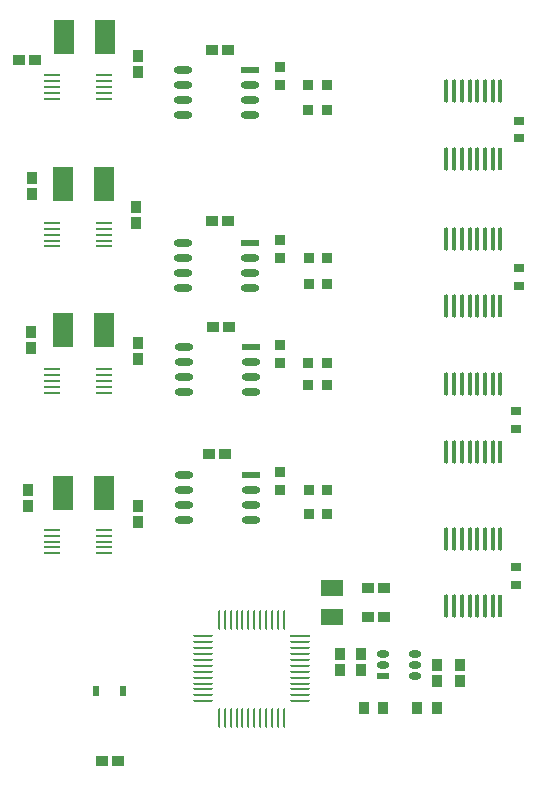
<source format=gbp>
%TF.GenerationSoftware,Altium Limited,Altium Designer,23.3.1 (30)*%
G04 Layer_Color=128*
%FSLAX25Y25*%
%MOIN*%
%TF.SameCoordinates,891D3A3A-43D5-49D6-AFC7-0964E08A728C*%
%TF.FilePolarity,Positive*%
%TF.FileFunction,Paste,Bot*%
%TF.Part,Single*%
G01*
G75*
%TA.AperFunction,SMDPad,CuDef*%
%ADD17R,0.03381X0.03591*%
%ADD21R,0.05512X0.00984*%
%ADD22O,0.05512X0.00984*%
%ADD28R,0.03543X0.03150*%
%ADD29R,0.07087X0.11811*%
%ADD31R,0.03591X0.04166*%
%ADD33R,0.04166X0.03591*%
%ADD34R,0.01657X0.07699*%
G04:AMPARAMS|DCode=35|XSize=76.99mil|YSize=16.57mil|CornerRadius=8.28mil|HoleSize=0mil|Usage=FLASHONLY|Rotation=90.000|XOffset=0mil|YOffset=0mil|HoleType=Round|Shape=RoundedRectangle|*
%AMROUNDEDRECTD35*
21,1,0.07699,0.00000,0,0,90.0*
21,1,0.06042,0.01657,0,0,90.0*
1,1,0.01657,0.00000,0.03021*
1,1,0.01657,0.00000,-0.03021*
1,1,0.01657,0.00000,-0.03021*
1,1,0.01657,0.00000,0.03021*
%
%ADD35ROUNDEDRECTD35*%
%ADD36R,0.04134X0.02362*%
%ADD37O,0.04134X0.02362*%
%ADD38R,0.03591X0.03381*%
%ADD39O,0.06102X0.02362*%
%ADD40R,0.06102X0.02362*%
%ADD57R,0.02461X0.03268*%
%ADD58R,0.03378X0.03900*%
G04:AMPARAMS|DCode=59|XSize=9.94mil|YSize=65.17mil|CornerRadius=4.97mil|HoleSize=0mil|Usage=FLASHONLY|Rotation=180.000|XOffset=0mil|YOffset=0mil|HoleType=Round|Shape=RoundedRectangle|*
%AMROUNDEDRECTD59*
21,1,0.00994,0.05523,0,0,180.0*
21,1,0.00000,0.06517,0,0,180.0*
1,1,0.00994,0.00000,0.02761*
1,1,0.00994,0.00000,0.02761*
1,1,0.00994,0.00000,-0.02761*
1,1,0.00994,0.00000,-0.02761*
%
%ADD59ROUNDEDRECTD59*%
G04:AMPARAMS|DCode=60|XSize=65.17mil|YSize=9.94mil|CornerRadius=4.97mil|HoleSize=0mil|Usage=FLASHONLY|Rotation=180.000|XOffset=0mil|YOffset=0mil|HoleType=Round|Shape=RoundedRectangle|*
%AMROUNDEDRECTD60*
21,1,0.06517,0.00000,0,0,180.0*
21,1,0.05523,0.00994,0,0,180.0*
1,1,0.00994,-0.02761,0.00000*
1,1,0.00994,0.02761,0.00000*
1,1,0.00994,0.02761,0.00000*
1,1,0.00994,-0.02761,0.00000*
%
%ADD60ROUNDEDRECTD60*%
%ADD61R,0.06517X0.00994*%
%ADD62R,0.07480X0.05512*%
D17*
X13477Y-56988D02*
D03*
X19593D02*
D03*
X19495Y86024D02*
D03*
X13379D02*
D03*
X13379Y77854D02*
D03*
X19495D02*
D03*
X13477Y28424D02*
D03*
X19593D02*
D03*
Y19882D02*
D03*
X13477D02*
D03*
X13379Y-6496D02*
D03*
X19495D02*
D03*
X13379Y-13976D02*
D03*
X19495D02*
D03*
X13576Y-49016D02*
D03*
X19692D02*
D03*
D21*
X-54626Y89434D02*
D03*
Y40200D02*
D03*
Y-8686D02*
D03*
Y-62115D02*
D03*
D22*
Y87465D02*
D03*
X-71949Y89434D02*
D03*
Y87465D02*
D03*
Y81560D02*
D03*
X-54626Y83528D02*
D03*
Y81560D02*
D03*
X-71949Y83528D02*
D03*
X-54626Y85497D02*
D03*
X-71949D02*
D03*
X-54626Y38232D02*
D03*
X-71949Y40200D02*
D03*
Y38232D02*
D03*
Y32326D02*
D03*
X-54626Y34295D02*
D03*
Y32326D02*
D03*
X-71949Y34295D02*
D03*
X-54626Y36263D02*
D03*
X-71949D02*
D03*
Y-12623D02*
D03*
X-54626D02*
D03*
X-71949Y-14591D02*
D03*
X-54626Y-16560D02*
D03*
Y-14591D02*
D03*
X-71949Y-16560D02*
D03*
Y-10654D02*
D03*
Y-8686D02*
D03*
X-54626Y-10654D02*
D03*
Y-64083D02*
D03*
X-71949Y-62115D02*
D03*
Y-64083D02*
D03*
Y-69989D02*
D03*
X-54626Y-68020D02*
D03*
Y-69989D02*
D03*
X-71949Y-68020D02*
D03*
X-54626Y-66052D02*
D03*
X-71949D02*
D03*
D28*
X83465Y68307D02*
D03*
Y74213D02*
D03*
Y19291D02*
D03*
Y25197D02*
D03*
X82579Y-28543D02*
D03*
Y-22638D02*
D03*
X82776Y-74606D02*
D03*
Y-80512D02*
D03*
D29*
X-68012Y102264D02*
D03*
X-54429D02*
D03*
X-54823Y53150D02*
D03*
X-68405D02*
D03*
X-54626Y4626D02*
D03*
X-68209D02*
D03*
X-54626Y-49803D02*
D03*
X-68209D02*
D03*
D31*
X64075Y-112508D02*
D03*
Y-107177D02*
D03*
X-43406Y90543D02*
D03*
Y95874D02*
D03*
X-78642Y49795D02*
D03*
Y55126D02*
D03*
X-43996Y45382D02*
D03*
Y40051D02*
D03*
X-79134Y3937D02*
D03*
Y-1394D02*
D03*
X-43406Y205D02*
D03*
Y-5126D02*
D03*
X-80118Y-54240D02*
D03*
Y-48910D02*
D03*
X-43406Y-59654D02*
D03*
Y-54323D02*
D03*
X31004Y-103437D02*
D03*
Y-108768D02*
D03*
X23917Y-103437D02*
D03*
Y-108768D02*
D03*
X56201Y-107177D02*
D03*
Y-112508D02*
D03*
D33*
X33358Y-91043D02*
D03*
X38689D02*
D03*
X-50189Y-139173D02*
D03*
X-55520D02*
D03*
X-83030Y94488D02*
D03*
X-77699D02*
D03*
X-18610Y97933D02*
D03*
X-13280D02*
D03*
X-18709Y40650D02*
D03*
X-13378D02*
D03*
X-13083Y5413D02*
D03*
X-18413D02*
D03*
X-19791Y-36713D02*
D03*
X-14461D02*
D03*
X38689Y-81595D02*
D03*
X33358D02*
D03*
D34*
X77362Y-36124D02*
D03*
Y61510D02*
D03*
Y12302D02*
D03*
Y-87697D02*
D03*
D35*
X74803Y-36124D02*
D03*
X72244D02*
D03*
X69685D02*
D03*
X67126D02*
D03*
X64567D02*
D03*
X62008D02*
D03*
X59449D02*
D03*
Y-13483D02*
D03*
X62008D02*
D03*
X64567D02*
D03*
X67126D02*
D03*
X69685D02*
D03*
X72244D02*
D03*
X74803D02*
D03*
X77362D02*
D03*
X74803Y61510D02*
D03*
X72244D02*
D03*
X69685D02*
D03*
X67126D02*
D03*
X64567D02*
D03*
X62008D02*
D03*
X59449D02*
D03*
Y84151D02*
D03*
X62008D02*
D03*
X64567D02*
D03*
X67126D02*
D03*
X69685D02*
D03*
X72244D02*
D03*
X74803D02*
D03*
X77362D02*
D03*
Y34942D02*
D03*
X74803D02*
D03*
X72244D02*
D03*
X69685D02*
D03*
X67126D02*
D03*
X64567D02*
D03*
X62008D02*
D03*
X59449D02*
D03*
Y12302D02*
D03*
X62008D02*
D03*
X64567D02*
D03*
X67126D02*
D03*
X69685D02*
D03*
X72244D02*
D03*
X74803D02*
D03*
X77362Y-65056D02*
D03*
X74803D02*
D03*
X72244D02*
D03*
X69685D02*
D03*
X67126D02*
D03*
X64567D02*
D03*
X62008D02*
D03*
X59449D02*
D03*
Y-87697D02*
D03*
X62008D02*
D03*
X64567D02*
D03*
X67126D02*
D03*
X69685D02*
D03*
X72244D02*
D03*
X74803D02*
D03*
D36*
X38386Y-110917D02*
D03*
D37*
X48819Y-103437D02*
D03*
Y-110917D02*
D03*
Y-107177D02*
D03*
X38386Y-103437D02*
D03*
Y-107177D02*
D03*
D38*
X4035Y92218D02*
D03*
Y86102D02*
D03*
Y28386D02*
D03*
Y34502D02*
D03*
Y-6496D02*
D03*
Y-380D02*
D03*
X4036Y-49016D02*
D03*
Y-42900D02*
D03*
D39*
X-5610Y-6358D02*
D03*
Y-11358D02*
D03*
X-28051D02*
D03*
X-5610Y-16358D02*
D03*
X-28051D02*
D03*
Y-1358D02*
D03*
Y-6358D02*
D03*
X-5906Y86102D02*
D03*
Y81102D02*
D03*
X-28346D02*
D03*
X-5906Y76102D02*
D03*
X-28346D02*
D03*
Y91102D02*
D03*
Y86102D02*
D03*
X-28346Y28386D02*
D03*
Y33386D02*
D03*
Y18386D02*
D03*
X-5906D02*
D03*
X-28346Y23386D02*
D03*
X-5906D02*
D03*
Y28386D02*
D03*
X-5709Y-48976D02*
D03*
Y-53976D02*
D03*
X-28150D02*
D03*
X-5709Y-58976D02*
D03*
X-28150D02*
D03*
Y-43976D02*
D03*
Y-48976D02*
D03*
D40*
X-5610Y-1358D02*
D03*
X-5906Y91102D02*
D03*
X-5906Y33386D02*
D03*
X-5709Y-43976D02*
D03*
D57*
X-48474Y-115945D02*
D03*
X-57234D02*
D03*
D58*
X38386Y-121457D02*
D03*
X31908D02*
D03*
X56201Y-121457D02*
D03*
X49723D02*
D03*
D59*
X5217Y-92222D02*
D03*
X3248D02*
D03*
X1280D02*
D03*
X-689D02*
D03*
X-2657D02*
D03*
X-4626D02*
D03*
X-6594D02*
D03*
X-8563D02*
D03*
X-10531D02*
D03*
X-12500D02*
D03*
X-14469D02*
D03*
X-16437D02*
D03*
Y-124707D02*
D03*
X-14469D02*
D03*
X-12500D02*
D03*
X-10531D02*
D03*
X-8563D02*
D03*
X-6594D02*
D03*
X-4626D02*
D03*
X-2657D02*
D03*
X-689D02*
D03*
X1280D02*
D03*
X3248D02*
D03*
X5217D02*
D03*
D60*
X-21852Y-97638D02*
D03*
Y-99606D02*
D03*
Y-101575D02*
D03*
Y-103543D02*
D03*
Y-105512D02*
D03*
Y-107480D02*
D03*
Y-109449D02*
D03*
Y-111417D02*
D03*
Y-113386D02*
D03*
Y-115354D02*
D03*
Y-117323D02*
D03*
Y-119291D02*
D03*
X10632D02*
D03*
Y-117323D02*
D03*
Y-115354D02*
D03*
Y-113386D02*
D03*
Y-111417D02*
D03*
Y-109449D02*
D03*
Y-107480D02*
D03*
Y-105512D02*
D03*
Y-103543D02*
D03*
Y-101575D02*
D03*
Y-99606D02*
D03*
D61*
Y-97638D02*
D03*
D62*
X21457Y-91043D02*
D03*
Y-81595D02*
D03*
%TF.MD5,83fd331f09bcc80bfc58ba673f4d4004*%
M02*

</source>
